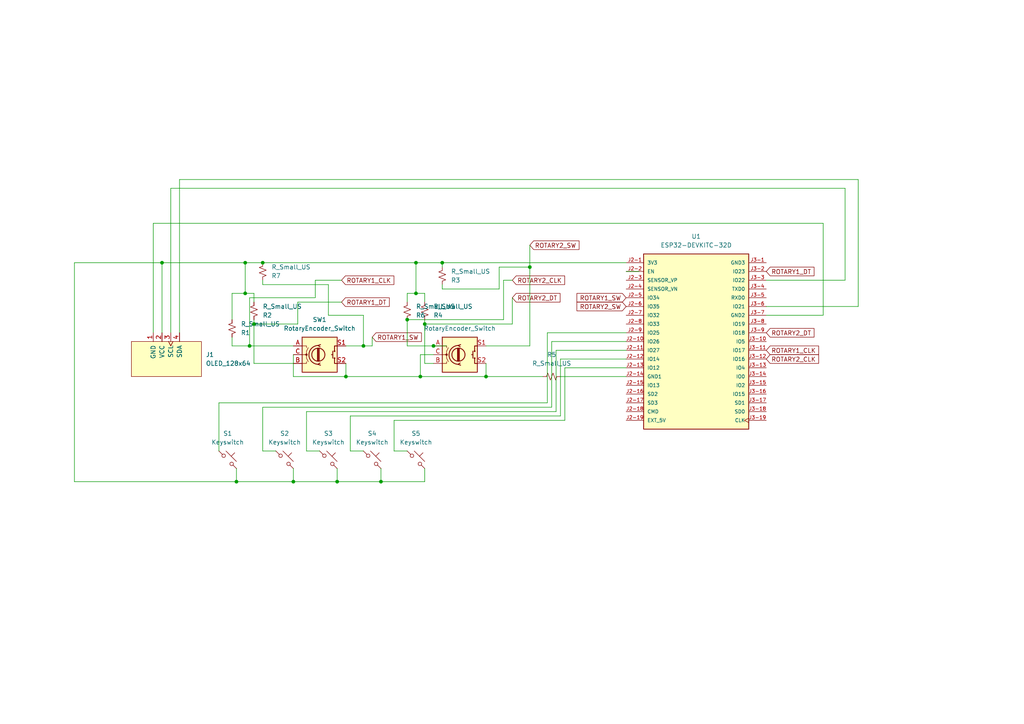
<source format=kicad_sch>
(kicad_sch (version 20231120) (generator "eeschema") (generator_version "8.0")
  (paper "A4")
  (lib_symbols
    (symbol "Device:R_Small_US" (pin_numbers hide) (pin_names (offset 0.254) hide)
      (property "Reference" "R" (at 0.762 0.508 0))
      (property "Value" "R_Small_US" (at 0.762 -1.016 0))
      (symbol "R_Small_US_1_1"
        (polyline (pts (xy 0 0) (xy 1.016 -0.381) (xy 0 -0.762) (xy -1.016 -1.143) (xy 0 -1.524)))
        (polyline (pts (xy 0 1.524) (xy 1.016 1.143) (xy 0 0.762) (xy -1.016 0.381) (xy 0 0)))
        (pin passive line (at 0 2.54 270) (length 1.016) (name "~") (number "1"))
        (pin passive line (at 0 -2.54 90) (length 1.016) (name "~") (number "2"))
      )
    )
    (symbol "Device:RotaryEncoder_Switch" (pin_names (offset 0.254) hide)
      (property "Reference" "SW" (at 0 6.604 0))
      (property "Value" "RotaryEncoder_Switch" (at 0 -6.604 0))
      (symbol "RotaryEncoder_Switch_0_1"
        (rectangle (start -5.08 5.08) (end 5.08 -5.08) (stroke (width 0.254)) (fill (type background)))
        (circle (center -3.81 0) (radius 0.254) (fill (type outline)))
        (circle (center -0.381 0) (radius 1.905) (stroke (width 0.254)))
        (arc (start -0.381 2.667) (mid -3.0988 -0.0635) (end -0.381 -2.794) (stroke (width 0.254)))
        (polyline (pts (xy -0.635 -1.778) (xy -0.635 1.778)) (stroke (width 0.254)))
        (polyline (pts (xy -0.381 -1.778) (xy -0.381 1.778)) (stroke (width 0.254)))
        (polyline (pts (xy -0.127 1.778) (xy -0.127 -1.778)) (stroke (width 0.254)))
        (polyline (pts (xy 3.81 0) (xy 3.429 0)) (stroke (width 0.254)))
        (polyline (pts (xy 3.81 1.016) (xy 3.81 -1.016)) (stroke (width 0.254)))
        (polyline (pts (xy -5.08 -2.54) (xy -3.81 -2.54) (xy -3.81 -2.032)))
        (polyline (pts (xy -5.08 2.54) (xy -3.81 2.54) (xy -3.81 2.032)))
        (polyline (pts (xy 0.254 -3.048) (xy -0.508 -2.794) (xy 0.127 -2.413)) (stroke (width 0.254)))
        (polyline (pts (xy 0.254 2.921) (xy -0.508 2.667) (xy 0.127 2.286)) (stroke (width 0.254)))
        (polyline (pts (xy 5.08 -2.54) (xy 4.318 -2.54) (xy 4.318 -1.016)) (stroke (width 0.254)))
        (polyline (pts (xy 5.08 2.54) (xy 4.318 2.54) (xy 4.318 1.016)) (stroke (width 0.254)))
        (polyline (pts (xy -5.08 0) (xy -3.81 0) (xy -3.81 -1.016) (xy -3.302 -2.032)))
        (polyline (pts (xy -4.318 0) (xy -3.81 0) (xy -3.81 1.016) (xy -3.302 2.032)))
        (circle (center 4.318 -1.016) (radius 0.127) (stroke (width 0.254)))
        (circle (center 4.318 1.016) (radius 0.127) (stroke (width 0.254)))
      )
      (symbol "RotaryEncoder_Switch_1_1"
        (pin passive line (at -7.62 2.54 0) (length 2.54) (name "A") (number "A"))
        (pin passive line (at -7.62 -2.54 0) (length 2.54) (name "B") (number "B"))
        (pin passive line (at -7.62 0 0) (length 2.54) (name "C") (number "C"))
        (pin passive line (at 7.62 2.54 180) (length 2.54) (name "S1") (number "S1"))
        (pin passive line (at 7.62 -2.54 180) (length 2.54) (name "S2") (number "S2"))
      )
    )
    (symbol "ESP32-DEVKITC-32D:ESP32-DEVKITC-32D" (pin_names (offset 1.016))
      (property "Reference" "U" (at -15.2572 26.0643 0))
      (property "Value" "ESP32-DEVKITC-32D" (at -15.2563 -27.9698 0))
      (symbol "ESP32-DEVKITC-32D_0_0"
        (rectangle (start -15.24 -25.4) (end 15.24 25.4) (stroke (width 0.254)) (fill (type background)))
        (pin power_in line (at -20.32 22.86 0) (length 5.08) (name "3V3") (number "J2-1"))
        (pin bidirectional line (at -20.32 0 0) (length 5.08) (name "IO26") (number "J2-10"))
        (pin bidirectional line (at -20.32 -2.54 0) (length 5.08) (name "IO27") (number "J2-11"))
        (pin bidirectional line (at -20.32 -5.08 0) (length 5.08) (name "IO14") (number "J2-12"))
        (pin bidirectional line (at -20.32 -7.62 0) (length 5.08) (name "IO12") (number "J2-13"))
        (pin power_in line (at -20.32 -10.16 0) (length 5.08) (name "GND1") (number "J2-14"))
        (pin bidirectional line (at -20.32 -12.7 0) (length 5.08) (name "IO13") (number "J2-15"))
        (pin bidirectional line (at -20.32 -15.24 0) (length 5.08) (name "SD2") (number "J2-16"))
        (pin bidirectional line (at -20.32 -17.78 0) (length 5.08) (name "SD3") (number "J2-17"))
        (pin bidirectional line (at -20.32 -20.32 0) (length 5.08) (name "CMD") (number "J2-18"))
        (pin power_in line (at -20.32 -22.86 0) (length 5.08) (name "EXT_5V") (number "J2-19"))
        (pin input line (at -20.32 20.32 0) (length 5.08) (name "EN") (number "J2-2"))
        (pin input line (at -20.32 17.78 0) (length 5.08) (name "SENSOR_VP") (number "J2-3"))
        (pin input line (at -20.32 15.24 0) (length 5.08) (name "SENSOR_VN") (number "J2-4"))
        (pin bidirectional line (at -20.32 12.7 0) (length 5.08) (name "IO34") (number "J2-5"))
        (pin bidirectional line (at -20.32 10.16 0) (length 5.08) (name "IO35") (number "J2-6"))
        (pin bidirectional line (at -20.32 7.62 0) (length 5.08) (name "IO32") (number "J2-7"))
        (pin bidirectional line (at -20.32 5.08 0) (length 5.08) (name "IO33") (number "J2-8"))
        (pin bidirectional line (at -20.32 2.54 0) (length 5.08) (name "IO25") (number "J2-9"))
        (pin power_in line (at 20.32 22.86 180) (length 5.08) (name "GND3") (number "J3-1"))
        (pin bidirectional line (at 20.32 0 180) (length 5.08) (name "IO5") (number "J3-10"))
        (pin bidirectional line (at 20.32 -2.54 180) (length 5.08) (name "IO17") (number "J3-11"))
        (pin bidirectional line (at 20.32 -5.08 180) (length 5.08) (name "IO16") (number "J3-12"))
        (pin bidirectional line (at 20.32 -7.62 180) (length 5.08) (name "IO4") (number "J3-13"))
        (pin bidirectional line (at 20.32 -10.16 180) (length 5.08) (name "IO0") (number "J3-14"))
        (pin bidirectional line (at 20.32 -12.7 180) (length 5.08) (name "IO2") (number "J3-15"))
        (pin bidirectional line (at 20.32 -15.24 180) (length 5.08) (name "IO15") (number "J3-16"))
        (pin bidirectional line (at 20.32 -17.78 180) (length 5.08) (name "SD1") (number "J3-17"))
        (pin bidirectional line (at 20.32 -20.32 180) (length 5.08) (name "SD0") (number "J3-18"))
        (pin input clock (at 20.32 -22.86 180) (length 5.08) (name "CLK") (number "J3-19"))
        (pin bidirectional line (at 20.32 20.32 180) (length 5.08) (name "IO23") (number "J3-2"))
        (pin bidirectional line (at 20.32 17.78 180) (length 5.08) (name "IO22") (number "J3-3"))
        (pin output line (at 20.32 15.24 180) (length 5.08) (name "TXD0") (number "J3-4"))
        (pin input line (at 20.32 12.7 180) (length 5.08) (name "RXD0") (number "J3-5"))
        (pin bidirectional line (at 20.32 10.16 180) (length 5.08) (name "IO21") (number "J3-6"))
        (pin power_in line (at 20.32 7.62 180) (length 5.08) (name "GND2") (number "J3-7"))
        (pin bidirectional line (at 20.32 5.08 180) (length 5.08) (name "IO19") (number "J3-8"))
        (pin bidirectional line (at 20.32 2.54 180) (length 5.08) (name "IO18") (number "J3-9"))
      )
    )
    (symbol "ScottoKeebs:OLED_128x64" (pin_names (offset 1.016))
      (property "Reference" "J" (at 0 -11.43 0))
      (property "Value" "OLED_128x64" (at 0 -7.62 0))
      (symbol "OLED_128x64_0_1"
        (rectangle (start 10.16 -10.16) (end -10.16 0) (fill (type background)))
      )
      (symbol "OLED_128x64_1_1"
        (pin power_in line (at -3.81 2.54 270) (length 2.54) (name "GND") (number "1"))
        (pin power_in line (at -1.27 2.54 270) (length 2.54) (name "VCC") (number "2"))
        (pin input clock (at 1.27 2.54 270) (length 2.54) (name "SCL") (number "3"))
        (pin bidirectional line (at 3.81 2.54 270) (length 2.54) (name "SDA") (number "4"))
      )
    )
    (symbol "ScottoKeebs:Placeholder_Keyswitch" (pin_numbers hide) (pin_names (offset 1.016) hide)
      (property "Reference" "S" (at 3.048 1.016 0))
      (property "Value" "Keyswitch" (at 0 -3.81 0))
      (symbol "Placeholder_Keyswitch_0_1"
        (circle (center -1.1684 1.1684) (radius 0.508))
        (polyline (pts (xy -0.508 2.54) (xy 2.54 -0.508)))
        (polyline (pts (xy 1.016 1.016) (xy 2.032 2.032)))
        (polyline (pts (xy -2.54 2.54) (xy -1.524 1.524) (xy -1.524 1.524)))
        (polyline (pts (xy 1.524 -1.524) (xy 2.54 -2.54) (xy 2.54 -2.54) (xy 2.54 -2.54)))
        (circle (center 1.143 -1.1938) (radius 0.508))
        (pin passive line (at -2.54 2.54 0) (length 0) (name "1") (number "1"))
        (pin passive line (at 2.54 -2.54 180) (length 0) (name "2") (number "2"))
      )
    )
  )
  (junction (at 100.33 109.22))
  (junction (at 71.12 85.09))
  (junction (at 72.39 100.33))
  (junction (at 121.92 109.22))
  (junction (at 76.2 76.2))
  (junction (at 68.58 139.7))
  (junction (at 128.27 76.2))
  (junction (at 120.65 76.2))
  (junction (at 85.09 139.7))
  (junction (at 123.19 93.98))
  (junction (at 105.41 100.33))
  (junction (at 73.66 93.98))
  (junction (at 125.73 100.33))
  (junction (at 153.67 77.47))
  (junction (at 97.79 139.7))
  (junction (at 120.65 85.09))
  (junction (at 140.97 109.22))
  (junction (at 46.99 76.2))
  (junction (at 118.11 92.71))
  (junction (at 110.49 139.7))
  (junction (at 71.12 76.2))
  (wire (pts (xy 76.2 76.2) (xy 120.65 76.2)))
  (wire (pts (xy 85.09 100.33) (xy 72.39 100.33)))
  (wire (pts (xy 163.83 106.68) (xy 181.61 106.68)))
  (wire (pts (xy 245.11 54.61) (xy 245.11 81.28)))
  (wire (pts (xy 128.27 82.55) (xy 128.27 83.82)))
  (wire (pts (xy 123.19 85.09) (xy 123.19 87.63)))
  (wire (pts (xy 148.59 93.98) (xy 148.59 86.36)))
  (wire (pts (xy 85.09 139.7) (xy 97.79 139.7)))
  (wire (pts (xy 248.92 52.07) (xy 248.92 88.9)))
  (wire (pts (xy 52.07 52.07) (xy 248.92 52.07)))
  (wire (pts (xy 21.59 139.7) (xy 68.58 139.7)))
  (wire (pts (xy 129.54 100.33) (xy 125.73 100.33)))
  (wire (pts (xy 21.59 76.2) (xy 46.99 76.2)))
  (wire (pts (xy 73.66 105.41) (xy 85.09 105.41)))
  (wire (pts (xy 140.97 105.41) (xy 140.97 109.22)))
  (wire (pts (xy 71.12 85.09) (xy 67.31 85.09)))
  (wire (pts (xy 67.31 85.09) (xy 67.31 92.71)))
  (wire (pts (xy 140.97 109.22) (xy 157.48 109.22)))
  (wire (pts (xy 68.58 135.89) (xy 68.58 139.7)))
  (wire (pts (xy 73.66 105.41) (xy 73.66 93.98)))
  (wire (pts (xy 44.45 64.77) (xy 238.76 64.77)))
  (wire (pts (xy 158.75 116.84) (xy 158.75 96.52)))
  (wire (pts (xy 123.19 139.7) (xy 123.19 135.89)))
  (wire (pts (xy 162.56 104.14) (xy 181.61 104.14)))
  (wire (pts (xy 144.78 83.82) (xy 144.78 77.47)))
  (wire (pts (xy 73.66 85.09) (xy 71.12 85.09)))
  (wire (pts (xy 144.78 77.47) (xy 153.67 77.47)))
  (wire (pts (xy 153.67 77.47) (xy 153.67 71.12)))
  (wire (pts (xy 123.19 105.41) (xy 125.73 105.41)))
  (wire (pts (xy 95.25 82.55) (xy 95.25 91.44)))
  (wire (pts (xy 95.25 91.44) (xy 105.41 91.44)))
  (wire (pts (xy 123.19 93.98) (xy 148.59 93.98)))
  (wire (pts (xy 128.27 83.82) (xy 144.78 83.82)))
  (wire (pts (xy 76.2 130.81) (xy 80.01 130.81)))
  (wire (pts (xy 91.44 86.36) (xy 91.44 81.28)))
  (wire (pts (xy 63.5 116.84) (xy 63.5 130.81)))
  (wire (pts (xy 88.9 119.38) (xy 88.9 130.81)))
  (wire (pts (xy 49.53 96.52) (xy 49.53 54.61)))
  (wire (pts (xy 72.39 86.36) (xy 72.39 100.33)))
  (wire (pts (xy 121.92 102.87) (xy 121.92 109.22)))
  (wire (pts (xy 114.3 130.81) (xy 118.11 130.81)))
  (wire (pts (xy 110.49 135.89) (xy 110.49 139.7)))
  (wire (pts (xy 73.66 93.98) (xy 73.66 92.71)))
  (wire (pts (xy 100.33 109.22) (xy 121.92 109.22)))
  (wire (pts (xy 21.59 76.2) (xy 21.59 139.7)))
  (wire (pts (xy 123.19 92.71) (xy 123.19 93.98)))
  (wire (pts (xy 185.42 78.74) (xy 181.61 78.74)))
  (wire (pts (xy 88.9 130.81) (xy 92.71 130.81)))
  (wire (pts (xy 46.99 76.2) (xy 46.99 96.52)))
  (wire (pts (xy 120.65 76.2) (xy 120.65 85.09)))
  (wire (pts (xy 140.97 100.33) (xy 153.67 100.33)))
  (wire (pts (xy 71.12 76.2) (xy 76.2 76.2)))
  (wire (pts (xy 68.58 139.7) (xy 85.09 139.7)))
  (wire (pts (xy 73.66 87.63) (xy 73.66 85.09)))
  (wire (pts (xy 146.05 92.71) (xy 146.05 81.28)))
  (wire (pts (xy 120.65 85.09) (xy 123.19 85.09)))
  (wire (pts (xy 118.11 100.33) (xy 125.73 100.33)))
  (wire (pts (xy 97.79 139.7) (xy 110.49 139.7)))
  (wire (pts (xy 181.61 109.22) (xy 162.56 109.22)))
  (wire (pts (xy 161.29 119.38) (xy 161.29 101.6)))
  (wire (pts (xy 46.99 76.2) (xy 71.12 76.2)))
  (wire (pts (xy 114.3 121.92) (xy 163.83 121.92)))
  (wire (pts (xy 49.53 54.61) (xy 245.11 54.61)))
  (wire (pts (xy 128.27 76.2) (xy 181.61 76.2)))
  (wire (pts (xy 86.36 87.63) (xy 99.06 87.63)))
  (wire (pts (xy 118.11 92.71) (xy 118.11 100.33)))
  (wire (pts (xy 91.44 81.28) (xy 99.06 81.28)))
  (wire (pts (xy 158.75 96.52) (xy 181.61 96.52)))
  (wire (pts (xy 72.39 86.36) (xy 91.44 86.36)))
  (wire (pts (xy 105.41 100.33) (xy 107.95 100.33)))
  (wire (pts (xy 97.79 135.89) (xy 97.79 139.7)))
  (wire (pts (xy 85.09 102.87) (xy 85.09 109.22)))
  (wire (pts (xy 100.33 105.41) (xy 100.33 109.22)))
  (wire (pts (xy 105.41 91.44) (xy 105.41 100.33)))
  (wire (pts (xy 248.92 88.9) (xy 222.25 88.9)))
  (wire (pts (xy 107.95 100.33) (xy 107.95 97.79)))
  (wire (pts (xy 118.11 92.71) (xy 146.05 92.71)))
  (wire (pts (xy 110.49 139.7) (xy 123.19 139.7)))
  (wire (pts (xy 120.65 76.2) (xy 128.27 76.2)))
  (wire (pts (xy 163.83 121.92) (xy 163.83 106.68)))
  (wire (pts (xy 72.39 100.33) (xy 67.31 100.33)))
  (wire (pts (xy 76.2 82.55) (xy 95.25 82.55)))
  (wire (pts (xy 85.09 135.89) (xy 85.09 139.7)))
  (wire (pts (xy 76.2 81.28) (xy 76.2 82.55)))
  (wire (pts (xy 101.6 130.81) (xy 101.6 120.65)))
  (wire (pts (xy 160.02 99.06) (xy 181.61 99.06)))
  (wire (pts (xy 128.27 76.2) (xy 128.27 77.47)))
  (wire (pts (xy 118.11 85.09) (xy 118.11 87.63)))
  (wire (pts (xy 85.09 109.22) (xy 100.33 109.22)))
  (wire (pts (xy 73.66 93.98) (xy 86.36 93.98)))
  (wire (pts (xy 76.2 118.11) (xy 160.02 118.11)))
  (wire (pts (xy 121.92 109.22) (xy 140.97 109.22)))
  (wire (pts (xy 161.29 101.6) (xy 181.61 101.6)))
  (wire (pts (xy 52.07 96.52) (xy 52.07 52.07)))
  (wire (pts (xy 114.3 130.81) (xy 114.3 121.92)))
  (wire (pts (xy 63.5 116.84) (xy 158.75 116.84)))
  (wire (pts (xy 146.05 81.28) (xy 148.59 81.28)))
  (wire (pts (xy 88.9 119.38) (xy 161.29 119.38)))
  (wire (pts (xy 67.31 100.33) (xy 67.31 97.79)))
  (wire (pts (xy 44.45 96.52) (xy 44.45 64.77)))
  (wire (pts (xy 245.11 81.28) (xy 222.25 81.28)))
  (wire (pts (xy 101.6 130.81) (xy 105.41 130.81)))
  (wire (pts (xy 238.76 91.44) (xy 222.25 91.44)))
  (wire (pts (xy 101.6 120.65) (xy 162.56 120.65)))
  (wire (pts (xy 123.19 93.98) (xy 123.19 105.41)))
  (wire (pts (xy 120.65 85.09) (xy 118.11 85.09)))
  (wire (pts (xy 76.2 118.11) (xy 76.2 130.81)))
  (wire (pts (xy 121.92 102.87) (xy 125.73 102.87)))
  (wire (pts (xy 160.02 118.11) (xy 160.02 99.06)))
  (wire (pts (xy 153.67 100.33) (xy 153.67 77.47)))
  (wire (pts (xy 86.36 93.98) (xy 86.36 87.63)))
  (wire (pts (xy 162.56 104.14) (xy 162.56 120.65)))
  (wire (pts (xy 71.12 76.2) (xy 71.12 85.09)))
  (wire (pts (xy 100.33 100.33) (xy 105.41 100.33)))
  (wire (pts (xy 238.76 64.77) (xy 238.76 91.44)))
  (global_label "ROTARY1_SW" (shape input) (at 181.61 86.36 180) (property "Intersheetrefs" "${INTERSHEET_REFS}" (effects (hide yes))))
  (global_label "ROTARY2_DT" (shape input) (at 148.59 86.36 0) (property "Intersheetrefs" "${INTERSHEET_REFS}" (effects (hide yes))))
  (global_label "ROTARY2_DT" (shape input) (at 222.25 96.52 0) (property "Intersheetrefs" "${INTERSHEET_REFS}" (effects (hide yes))))
  (global_label "ROTARY2_SW" (shape input) (at 153.67 71.12 0) (property "Intersheetrefs" "${INTERSHEET_REFS}" (effects (hide yes))))
  (global_label "ROTARY2_SW" (shape input) (at 181.61 88.9 180) (property "Intersheetrefs" "${INTERSHEET_REFS}" (effects (hide yes))))
  (global_label "ROTARY1_DT" (shape input) (at 99.06 87.63 0) (property "Intersheetrefs" "${INTERSHEET_REFS}" (effects (hide yes))))
  (global_label "ROTARY2_CLK" (shape input) (at 148.59 81.28 0) (property "Intersheetrefs" "${INTERSHEET_REFS}" (effects (hide yes))))
  (global_label "ROTARY1_CLK" (shape input) (at 222.25 101.6 0) (property "Intersheetrefs" "${INTERSHEET_REFS}" (effects (hide yes))))
  (global_label "ROTARY1_CLK" (shape input) (at 99.06 81.28 0) (property "Intersheetrefs" "${INTERSHEET_REFS}" (effects (hide yes))))
  (global_label "ROTARY2_CLK" (shape input) (at 222.25 104.14 0) (property "Intersheetrefs" "${INTERSHEET_REFS}" (effects (hide yes))))
  (global_label "ROTARY1_DT" (shape input) (at 222.25 78.74 0) (property "Intersheetrefs" "${INTERSHEET_REFS}" (effects (hide yes))))
  (global_label "ROTARY1_SW" (shape input) (at 107.95 97.79 0) (property "Intersheetrefs" "${INTERSHEET_REFS}" (effects (hide yes))))
  (symbol (lib_id "ScottoKeebs:Placeholder_Keyswitch") (at 66.04 133.35 0) (unit 1)
    (property "Reference" "S1" (at 66.04 125.73 0))
    (property "Value" "Keyswitch" (at 66.04 128.27 0))
    (property "Footprint" "ScottoKeebs_MX:MX_PCB_1.00u" (effects (hide yes)))
    (property "Description" "Push button switch, normally open, two pins, 45° tilted" (effects (hide yes)))
  )
  (symbol (lib_id "Device:RotaryEncoder_Switch") (at 133.35 102.87 0) (unit 1)
    (property "Reference" "SW2" (effects (hide yes)))
    (property "Value" "RotaryEncoder_Switch" (at 133.35 95.25 0))
    (property "Footprint" "Rotary_Encoder:RotaryEncoder_Alps_EC12E-Switch_Vertical_H20mm" (effects (hide yes)))
    (property "Description" "Rotary encoder, dual channel, incremental quadrate outputs, with switch" (effects (hide yes)))
  )
  (symbol (lib_id "Device:R_Small_US") (at 118.11 90.17 0) (mirror x) (unit 1)
    (property "Reference" "R6" (at 120.65 91.4401 0) (effects (justify left)))
    (property "Value" "R_Small_US" (at 120.65 88.9001 0) (effects (justify left)))
    (property "Footprint" "Resistor_SMD:R_1206_3216Metric_Pad1.30x1.75mm_HandSolder" (effects (hide yes)))
    (property "Description" "Resistor, small US symbol" (effects (hide yes)))
  )
  (symbol (lib_id "Device:R_Small_US") (at 73.66 90.17 0) (mirror x) (unit 1)
    (property "Reference" "R2" (at 76.2 91.4401 0) (effects (justify left)))
    (property "Value" "R_Small_US" (at 76.2 88.9001 0) (effects (justify left)))
    (property "Footprint" "Resistor_SMD:R_1206_3216Metric_Pad1.30x1.75mm_HandSolder" (effects (hide yes)))
    (property "Description" "Resistor, small US symbol" (effects (hide yes)))
  )
  (symbol (lib_id "Device:R_Small_US") (at 76.2 78.74 0) (mirror x) (unit 1)
    (property "Reference" "R7" (at 78.74 80.0101 0) (effects (justify left)))
    (property "Value" "R_Small_US" (at 78.74 77.4701 0) (effects (justify left)))
    (property "Footprint" "Resistor_SMD:R_1206_3216Metric_Pad1.30x1.75mm_HandSolder" (effects (hide yes)))
    (property "Description" "Resistor, small US symbol" (effects (hide yes)))
  )
  (symbol (lib_id "ScottoKeebs:Placeholder_Keyswitch") (at 82.55 133.35 0) (unit 1)
    (property "Reference" "S2" (at 82.55 125.73 0))
    (property "Value" "Keyswitch" (at 82.55 128.27 0))
    (property "Footprint" "ScottoKeebs_MX:MX_PCB_1.00u" (effects (hide yes)))
    (property "Description" "Push button switch, normally open, two pins, 45° tilted" (effects (hide yes)))
  )
  (symbol (lib_id "ScottoKeebs:OLED_128x64") (at 48.26 99.06 0) (unit 1)
    (property "Reference" "J1" (at 59.69 102.8699 0) (effects (justify left)))
    (property "Value" "OLED_128x64" (at 59.69 105.4099 0) (effects (justify left)))
    (property "Footprint" "DM-OLED096-636:MODULE_DM-OLED096-636" (effects (hide yes)))
  )
  (symbol (lib_id "Device:R_Small_US") (at 123.19 90.17 0) (mirror x) (unit 1)
    (property "Reference" "R4" (at 125.73 91.4401 0) (effects (justify left)))
    (property "Value" "R_Small_US" (at 125.73 88.9001 0) (effects (justify left)))
    (property "Footprint" "Resistor_SMD:R_1206_3216Metric_Pad1.30x1.75mm_HandSolder" (effects (hide yes)))
    (property "Description" "Resistor, small US symbol" (effects (hide yes)))
  )
  (symbol (lib_id "ESP32-DEVKITC-32D:ESP32-DEVKITC-32D") (at 201.93 99.06 0) (unit 1)
    (property "Reference" "U1" (at 201.93 68.58 0))
    (property "Value" "ESP32-DEVKITC-32D" (at 201.93 71.12 0))
    (property "Footprint" "ESP32-DEVKITC-32D:MODULE_ESP32-DEVKITC-32D" (effects (hide yes)))
    (property "MF" "Espressif Systems" (effects (hide yes)))
    (property "MAXIMUM_PACKAGE_HEIGHT" "N/A" (effects (hide yes)))
    (property "Package" "None" (effects (hide yes)))
    (property "Price" "None" (effects (hide yes)))
    (property "Check_prices" "https://www.snapeda.com/parts/ESP32-DEVKITC-32D/Espressif+Systems/view-part/?ref=eda" (effects (hide yes)))
    (property "STANDARD" "Manufacturer Recommendations" (effects (hide yes)))
    (property "PARTREV" "V4" (effects (hide yes)))
    (property "SnapEDA_Link" "https://www.snapeda.com/parts/ESP32-DEVKITC-32D/Espressif+Systems/view-part/?ref=snap" (effects (hide yes)))
    (property "MP" "ESP32-DEVKITC-32D" (effects (hide yes)))
    (property "Description_1" "\nWiFi Development Tools (802.11) ESP32 General Development Kit, ESP32-WROOM-32D on the board\n" (effects (hide yes)))
    (property "MANUFACTURER" "Espressif Systems" (effects (hide yes)))
    (property "Availability" "In Stock" (effects (hide yes)))
    (property "SNAPEDA_PN" "ESP32-DEVKITC-32D" (effects (hide yes)))
  )
  (symbol (lib_id "Device:R_Small_US") (at 160.02 109.22 90) (unit 1)
    (property "Reference" "R5" (at 160.02 102.87 90))
    (property "Value" "R_Small_US" (at 160.02 105.41 90))
    (property "Footprint" "Resistor_SMD:R_1206_3216Metric_Pad1.30x1.75mm_HandSolder" (effects (hide yes)))
    (property "Description" "Resistor, small US symbol" (effects (hide yes)))
  )
  (symbol (lib_id "ScottoKeebs:Placeholder_Keyswitch") (at 120.65 133.35 0) (unit 1)
    (property "Reference" "S5" (at 120.65 125.73 0))
    (property "Value" "Keyswitch" (at 120.65 128.27 0))
    (property "Footprint" "ScottoKeebs_MX:MX_PCB_1.00u" (effects (hide yes)))
    (property "Description" "Push button switch, normally open, two pins, 45° tilted" (effects (hide yes)))
  )
  (symbol (lib_id "ScottoKeebs:Placeholder_Keyswitch") (at 107.95 133.35 0) (unit 1)
    (property "Reference" "S4" (at 107.95 125.73 0))
    (property "Value" "Keyswitch" (at 107.95 128.27 0))
    (property "Footprint" "ScottoKeebs_MX:MX_PCB_1.00u" (effects (hide yes)))
    (property "Description" "Push button switch, normally open, two pins, 45° tilted" (effects (hide yes)))
  )
  (symbol (lib_id "Device:RotaryEncoder_Switch") (at 92.71 102.87 0) (unit 1)
    (property "Reference" "SW1" (at 92.71 92.71 0))
    (property "Value" "RotaryEncoder_Switch" (at 92.71 95.25 0))
    (property "Footprint" "Rotary_Encoder:RotaryEncoder_Alps_EC12E-Switch_Vertical_H20mm" (effects (hide yes)))
    (property "Description" "Rotary encoder, dual channel, incremental quadrate outputs, with switch" (effects (hide yes)))
  )
  (symbol (lib_id "Device:R_Small_US") (at 67.31 95.25 0) (mirror x) (unit 1)
    (property "Reference" "R1" (at 69.85 96.5201 0) (effects (justify left)))
    (property "Value" "R_Small_US" (at 69.85 93.9801 0) (effects (justify left)))
    (property "Footprint" "Resistor_SMD:R_1206_3216Metric_Pad1.30x1.75mm_HandSolder" (effects (hide yes)))
    (property "Description" "Resistor, small US symbol" (effects (hide yes)))
  )
  (symbol (lib_id "ScottoKeebs:Placeholder_Keyswitch") (at 95.25 133.35 0) (unit 1)
    (property "Reference" "S3" (at 95.25 125.73 0))
    (property "Value" "Keyswitch" (at 95.25 128.27 0))
    (property "Footprint" "ScottoKeebs_MX:MX_PCB_1.00u" (effects (hide yes)))
    (property "Description" "Push button switch, normally open, two pins, 45° tilted" (effects (hide yes)))
  )
  (symbol (lib_id "Device:R_Small_US") (at 128.27 80.01 0) (mirror x) (unit 1)
    (property "Reference" "R3" (at 130.81 81.2801 0) (effects (justify left)))
    (property "Value" "R_Small_US" (at 130.81 78.7401 0) (effects (justify left)))
    (property "Footprint" "Resistor_SMD:R_1206_3216Metric_Pad1.30x1.75mm_HandSolder" (effects (hide yes)))
    (property "Description" "Resistor, small US symbol" (effects (hide yes)))
  )
)
</source>
